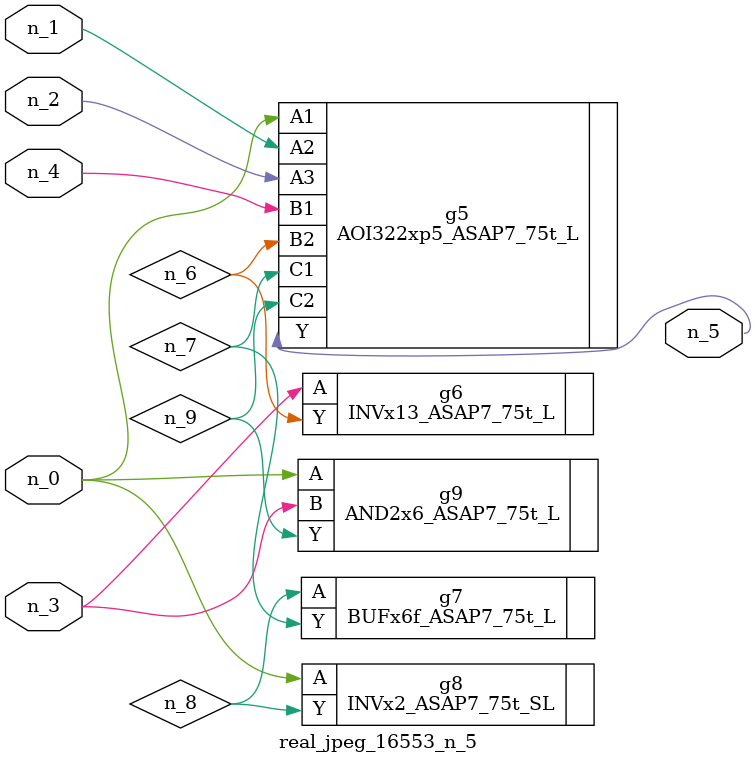
<source format=v>
module real_jpeg_16553_n_5 (n_4, n_0, n_1, n_2, n_3, n_5);

input n_4;
input n_0;
input n_1;
input n_2;
input n_3;

output n_5;

wire n_8;
wire n_6;
wire n_7;
wire n_9;

AOI322xp5_ASAP7_75t_L g5 ( 
.A1(n_0),
.A2(n_1),
.A3(n_2),
.B1(n_4),
.B2(n_6),
.C1(n_7),
.C2(n_9),
.Y(n_5)
);

INVx2_ASAP7_75t_SL g8 ( 
.A(n_0),
.Y(n_8)
);

AND2x6_ASAP7_75t_L g9 ( 
.A(n_0),
.B(n_3),
.Y(n_9)
);

INVx13_ASAP7_75t_L g6 ( 
.A(n_3),
.Y(n_6)
);

BUFx6f_ASAP7_75t_L g7 ( 
.A(n_8),
.Y(n_7)
);


endmodule
</source>
